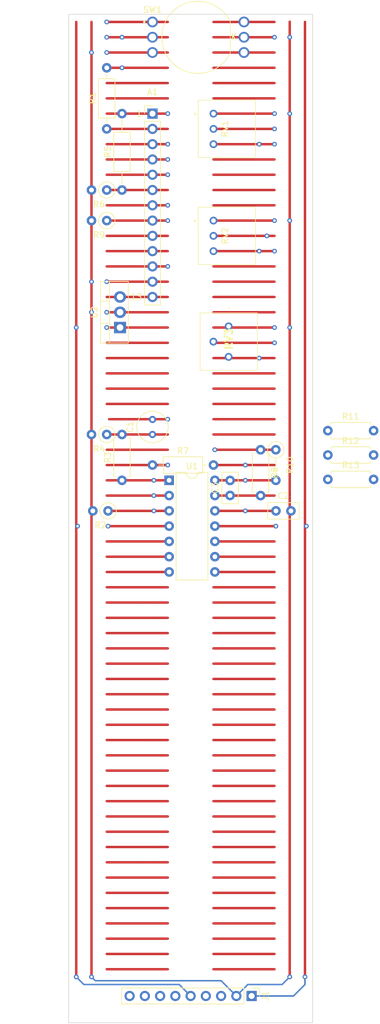
<source format=kicad_pcb>
(kicad_pcb (version 20211014) (generator pcbnew)
  (title_block (title "Eurorack ProtoModule") (date "2021-10-06") (rev "1.0") (company "Len Popp") (comment 1 "Copyright © 2022 Len Popp CC BY") (comment 2 "Layout design for my custom Eurorack breadboard prototyping module"))
  (layers (0 "F.Cu" signal) (1 "In1.Cu" jumper "Wire1.Cu") (2 "In2.Cu" jumper "Wire2.Cu") (3 "In3.Cu" jumper "Wire3.Cu") (4 "In4.Cu" jumper "Wire4.Cu") (31 "B.Cu" signal) (34 "B.Paste" user) (35 "F.Paste" user) (36 "B.SilkS" user "B.Silkscreen") (37 "F.SilkS" user "F.Silkscreen") (38 "B.Mask" user) (39 "F.Mask" user) (44 "Edge.Cuts" user))
  (net 0 "")
  (net 1 "+12V")
  (net 2 "GND")
  (net 3 "-12V")
  (net 4 "+5V")
  (net 5 "BUS-GATE")
  (net 6 "BUS-CV")
  (net 8 "IN-OUT-1")
  (net 9 "IN-OUT-2")
  (net 10 "Net-(A1-Pad1)")
  (net 11 "Net-(A1-Pad2)")
  (net 12 "Net-(A1-Pad3)")
  (net 13 "Net-(A1-Pad4)")
  (net 14 "Net-(A1-Pad5)")
  (net 15 "Net-(A1-Pad6)")
  (net 16 "Net-(A1-Pad7)")
  (net 17 "Net-(A1-Pad8)")
  (net 18 "unconnected-(A1-Pad9)")
  (net 19 "unconnected-(A1-Pad10)")
  (net 20 "Net-(A1-Pad11)")
  (net 21 "+8V")
  (net 22 "Net-(C1-Pad1)")
  (net 23 "Net-(C2-Pad1)")
  (net 24 "Net-(C3-Pad1)")
  (net 25 "Net-(R1-Pad2)")
  (net 26 "Net-(R3-Pad1)")
  (net 27 "/OUT-BUFFERED")
  (net 28 "Net-(R11-Pad2)")
  (net 29 "Net-(R12-Pad2)")
  (net 30 "unconnected-(U1-Pad5)")
  (net 31 "unconnected-(U1-Pad6)")
  (net 32 "unconnected-(U1-Pad7)")
  (net 33 "unconnected-(SW1-Pad2)")
  (net 34 "unconnected-(SW1-Pad4)")
  (footprint "Connector_PinHeader_2.54mm:PinHeader_1x09_P2.54mm_Vertical" (layer "F.Cu") (at 113.03 187.325 -90)
    (fp_text reference "J1" (at 0 -2.33 90) (layer "F.SilkS"))
    (fp_text value "Conn_01x09")
    (fp_line (start -1.33 21.65) (end 1.33 21.65) (layer "F.SilkS") (width 0.12))
    (fp_line (start -1.33 1.27) (end -1.33 21.65) (layer "F.SilkS") (width 0.12))
    (fp_line (start 1.33 1.27) (end 1.33 21.65) (layer "F.SilkS") (width 0.12))
    (fp_line (start -1.33 -1.33) (end 0 -1.33) (layer "F.SilkS") (width 0.12))
    (fp_line (start -1.33 1.27) (end 1.33 1.27) (layer "F.SilkS") (width 0.12))
    (fp_line (start -1.33 0) (end -1.33 -1.33) (layer "F.SilkS") (width 0.12))
    (pad "1" thru_hole rect locked (at 0 0 270) (size 1.7 1.7) (drill 1) (layers *.Cu *.Mask) (net 3 "-12V"))
    (pad "2" thru_hole oval locked (at 0 2.54 270) (size 1.7 1.7) (drill 1) (layers *.Cu *.Mask) (net 2 "GND"))
    (pad "3" thru_hole oval locked (at 0 5.08 270) (size 1.7 1.7) (drill 1) (layers *.Cu *.Mask) (net 9 "IN-OUT-2"))
    (pad "4" thru_hole oval locked (at 0 7.62 270) (size 1.7 1.7) (drill 1) (layers *.Cu *.Mask) (net 8 "IN-OUT-1"))
    (pad "5" thru_hole oval locked (at 0 10.16 270) (size 1.7 1.7) (drill 1) (layers *.Cu *.Mask) (net 1 "+12V"))
    (pad "6" thru_hole oval locked (at 0 12.7 270) (size 1.7 1.7) (drill 1) (layers *.Cu *.Mask))
    (pad "7" thru_hole oval locked (at 0 15.24 270) (size 1.7 1.7) (drill 1) (layers *.Cu *.Mask) (net 4 "+5V"))
    (pad "8" thru_hole oval locked (at 0 17.78 270) (size 1.7 1.7) (drill 1) (layers *.Cu *.Mask) (net 6 "BUS-CV"))
    (pad "9" thru_hole oval locked (at 0 20.32 270) (size 1.7 1.7) (drill 1) (layers *.Cu *.Mask) (net 5 "BUS-GATE"))
  )
  (footprint "-lmp-stripboard:SB_Gen_1" (layer "F.Cu") (at 88.9 58.42 180)
    (fp_text reference "R9" (at 1.27 -2.37) (layer "F.SilkS"))
    (fp_text value "3K9")
    (fp_line (start 1.37 0) (end 1.44 0) (layer "F.SilkS") (width 0.12))
    (fp_circle (center 0 0) (end 1.37 0) (layer "F.SilkS") (width 0.12) (fill none))
    (pad "1" thru_hole circle locked (at 0 0 180) (size 1.6 1.6) (drill 0.8) (layers *.Cu *.Mask) (net 17 "Net-(A1-Pad8)"))
    (pad "2" thru_hole oval locked (at 2.54 0 180) (size 1.6 1.6) (drill 0.8) (layers *.Cu *.Mask) (net 2 "GND"))
  )
  (footprint "-lmp-misc:R_Axial_DIN0207_L6.3mm_D2.5mm_P7.62mm_Horizontal" (layer "F.Cu") (at 125.73 97.395)
    (fp_text reference "R12" (at 3.81 -2.37) (layer "F.SilkS"))
    (fp_text value "47K")
    (fp_line (start 7.08 1.37) (end 7.08 1.04) (layer "F.SilkS") (width 0.12))
    (fp_line (start 0.54 -1.37) (end 7.08 -1.37) (layer "F.SilkS") (width 0.12))
    (fp_line (start 7.08 -1.37) (end 7.08 -1.04) (layer "F.SilkS") (width 0.12))
    (fp_line (start 0.54 -1.04) (end 0.54 -1.37) (layer "F.SilkS") (width 0.12))
    (fp_line (start 0.54 1.37) (end 7.08 1.37) (layer "F.SilkS") (width 0.12))
    (fp_line (start 0.54 1.04) (end 0.54 1.37) (layer "F.SilkS") (width 0.12))
    (pad "1" thru_hole circle locked (at 0 0) (size 1.6 1.6) (drill 0.8) (layers *.Cu *.Mask) (net 2 "GND"))
    (pad "2" thru_hole oval locked (at 7.62 0) (size 1.6 1.6) (drill 0.8) (layers *.Cu *.Mask) (net 29 "Net-(R12-Pad2)"))
  )
  (footprint "Package_DIP:DIP-14_W7.62mm" (layer "F.Cu") (at 99.295 101.595)
    (fp_text reference "U1" (at 3.81 -2.33) (layer "F.SilkS"))
    (fp_text value "TL074")
    (fp_line (start 6.46 16.57) (end 6.46 -1.33) (layer "F.SilkS") (width 0.12))
    (fp_line (start 6.46 -1.33) (end 4.81 -1.33) (layer "F.SilkS") (width 0.12))
    (fp_line (start 2.81 -1.33) (end 1.16 -1.33) (layer "F.SilkS") (width 0.12))
    (fp_line (start 1.16 16.57) (end 6.46 16.57) (layer "F.SilkS") (width 0.12))
    (fp_line (start 1.16 -1.33) (end 1.16 16.57) (layer "F.SilkS") (width 0.12))
    (fp_arc (start 4.81 -1.33) (mid 3.81 -0.33) (end 2.81 -1.33) (layer "F.SilkS") (width 0.12))
    (pad "1" thru_hole rect (at 0 0) (size 1.6 1.6) (drill 0.8) (layers *.Cu *.Mask) (net 26 "Net-(R3-Pad1)"))
    (pad "2" thru_hole oval (at 0 2.54) (size 1.6 1.6) (drill 0.8) (layers *.Cu *.Mask) (net 26 "Net-(R3-Pad1)"))
    (pad "3" thru_hole oval (at 0 5.08) (size 1.6 1.6) (drill 0.8) (layers *.Cu *.Mask) (net 8 "IN-OUT-1"))
    (pad "4" thru_hole oval (at 0 7.62) (size 1.6 1.6) (drill 0.8) (layers *.Cu *.Mask) (net 1 "+12V"))
    (pad "5" thru_hole oval (at 0 10.16) (size 1.6 1.6) (drill 0.8) (layers *.Cu *.Mask) (net 30 "unconnected-(U1-Pad5)"))
    (pad "6" thru_hole oval (at 0 12.7) (size 1.6 1.6) (drill 0.8) (layers *.Cu *.Mask) (net 31 "unconnected-(U1-Pad6)"))
    (pad "7" thru_hole oval (at 0 15.24) (size 1.6 1.6) (drill 0.8) (layers *.Cu *.Mask) (net 32 "unconnected-(U1-Pad7)"))
    (pad "8" thru_hole oval (at 7.62 15.24) (size 1.6 1.6) (drill 0.8) (layers *.Cu *.Mask) (net 27 "/OUT-BUFFERED"))
    (pad "9" thru_hole oval (at 7.62 12.7) (size 1.6 1.6) (drill 0.8) (layers *.Cu *.Mask) (net 29 "Net-(R12-Pad2)"))
    (pad "10" thru_hole oval (at 7.62 10.16) (size 1.6 1.6) (drill 0.8) (layers *.Cu *.Mask) (net 28 "Net-(R11-Pad2)"))
    (pad "11" thru_hole oval (at 7.62 7.62) (size 1.6 1.6) (drill 0.8) (layers *.Cu *.Mask) (net 3 "-12V"))
    (pad "12" thru_hole oval (at 7.62 5.08) (size 1.6 1.6) (drill 0.8) (layers *.Cu *.Mask) (net 23 "Net-(C2-Pad1)"))
    (pad "13" thru_hole oval (at 7.62 2.54) (size 1.6 1.6) (drill 0.8) (layers *.Cu *.Mask) (net 24 "Net-(C3-Pad1)"))
    (pad "14" thru_hole oval (at 7.62 0) (size 1.6 1.6) (drill 0.8) (layers *.Cu *.Mask) (net 9 "IN-OUT-2"))
  )
  (footprint "-lmp-stripboard:SB_Gen_5" (layer "F.Cu") (at 91.44 53.34 90)
    (fp_text reference "R5" (at 6.35 -2.37 90) (layer "F.SilkS"))
    (fp_text value "100K")
    (fp_line (start 9.62 -1.37) (end 3.08 -1.37) (layer "F.SilkS") (width 0.12))
    (fp_line (start 1.04 0) (end 3.08 0) (layer "F.SilkS") (width 0.12))
    (fp_line (start 3.08 -1.37) (end 3.08 1.37) (layer "F.SilkS") (width 0.12))
    (fp_line (start 11.66 0) (end 9.62 0) (layer "F.SilkS") (width 0.12))
    (fp_line (start 9.62 1.37) (end 9.62 -1.37) (layer "F.SilkS") (width 0.12))
    (fp_line (start 3.08 1.37) (end 9.62 1.37) (layer "F.SilkS") (width 0.12))
    (pad "1" thru_hole circle locked (at 0 0 90) (size 1.6 1.6) (drill 0.8) (layers *.Cu *.Mask) (net 15 "Net-(A1-Pad6)"))
    (pad "2" thru_hole oval locked (at 12.7 0 90) (size 1.6 1.6) (drill 0.8) (layers *.Cu *.Mask) (net 10 "Net-(A1-Pad1)"))
  )
  (footprint "-lmp-misc:C_Disc_D5.0mm_W2.5mm_P2.50mm" (layer "F.Cu") (at 117.085 106.68)
    (fp_text reference "C2" (at 1.25 -2.5) (layer "F.SilkS"))
    (fp_text value "470P")
    (fp_line (start 3.87 -1.37) (end 3.87 1.37) (layer "F.SilkS") (width 0.12))
    (fp_line (start -1.37 1.37) (end 3.87 1.37) (layer "F.SilkS") (width 0.12))
    (fp_line (start -1.37 -1.37) (end -1.37 1.37) (layer "F.SilkS") (width 0.12))
    (fp_line (start -1.37 -1.37) (end 3.87 -1.37) (layer "F.SilkS") (width 0.12))
    (pad "1" thru_hole circle locked (at 0 0) (size 1.6 1.6) (drill 0.8) (layers *.Cu *.Mask) (net 23 "Net-(C2-Pad1)"))
    (pad "2" thru_hole circle locked (at 2.5 0) (size 1.6 1.6) (drill 0.8) (layers *.Cu *.Mask) (net 2 "GND"))
  )
  (footprint "-lmp-misc:R_Axial_DIN0207_L6.3mm_D2.5mm_P7.62mm_Horizontal" (layer "F.Cu") (at 125.73 93.345)
    (fp_text reference "R11" (at 3.81 -2.37) (layer "F.SilkS"))
    (fp_text value "47K")
    (fp_line (start 0.54 1.37) (end 7.08 1.37) (layer "F.SilkS") (width 0.12))
    (fp_line (start 0.54 1.04) (end 0.54 1.37) (layer "F.SilkS") (width 0.12))
    (fp_line (start 0.54 -1.37) (end 7.08 -1.37) (layer "F.SilkS") (width 0.12))
    (fp_line (start 7.08 1.37) (end 7.08 1.04) (layer "F.SilkS") (width 0.12))
    (fp_line (start 7.08 -1.37) (end 7.08 -1.04) (layer "F.SilkS") (width 0.12))
    (fp_line (start 0.54 -1.04) (end 0.54 -1.37) (layer "F.SilkS") (width 0.12))
    (pad "1" thru_hole circle locked (at 0 0) (size 1.6 1.6) (drill 0.8) (layers *.Cu *.Mask) (net 9 "IN-OUT-2"))
    (pad "2" thru_hole oval locked (at 7.62 0) (size 1.6 1.6) (drill 0.8) (layers *.Cu *.Mask) (net 28 "Net-(R11-Pad2)"))
  )
  (footprint "-lmp-misc:C_Disc_D5.0mm_W2.5mm_P2.50mm" (layer "F.Cu") (at 109.445 104.12 90)
    (fp_text reference "C3" (at 1.25 -2.5 90) (layer "F.SilkS"))
    (fp_text value "470P")
    (fp_line (start -1.37 -1.37) (end -1.37 1.37) (layer "F.SilkS") (width 0.12))
    (fp_line (start -1.37 1.37) (end 3.87 1.37) (layer "F.SilkS") (width 0.12))
    (fp_line (start 3.87 -1.37) (end 3.87 1.37) (layer "F.SilkS") (width 0.12))
    (fp_line (start -1.37 -1.37) (end 3.87 -1.37) (layer "F.SilkS") (width 0.12))
    (pad "1" thru_hole circle locked (at 0 0 90) (size 1.6 1.6) (drill 0.8) (layers *.Cu *.Mask) (net 24 "Net-(C3-Pad1)"))
    (pad "2" thru_hole circle locked (at 2.5 0 90) (size 1.6 1.6) (drill 0.8) (layers *.Cu *.Mask) (net 9 "IN-OUT-2"))
  )
  (footprint "-lmp-breakout:Breakout_SW_Push_LED_C&K_D6R" (layer "F.Cu") (at 96.52 25.4)
    (fp_text reference "SW1" (at 0 -2.032) (layer "F.SilkS") (effects (font (size 1.016 1.016) (thickness 0.1524))))
    (fp_text value "SW_LED" hide)
    (fp_text user "K" (at 13.589 2.5 unlocked) (layer "F.SilkS"))
    (fp_line (start 12.954 -0.075) (end 12.954 5.175) (layer "F.SilkS") (width 0.1))
    (fp_arc (start 12.954 5.15) (mid 1.556108 2.55) (end 12.954 -0.05) (layer "F.SilkS") (width 0.12))
    (fp_arc (start -1.27 0) (mid -1.37 0.1) (end -1.47 0) (layer "F.SilkS") (width 0.2))
    (fp_arc (start -1.47 0) (mid -1.37 -0.1) (end -1.27 0) (layer "F.SilkS") (width 0.2))
    (pad "1" thru_hole circle (at 0 0) (size 1.8 1.8) (drill 1.2) (layers *.Cu *.Mask) (net 25 "Net-(R1-Pad2)"))
    (pad "2" thru_hole circle (at 15.24 0) (size 1.8 1.8) (drill 1.2) (layers *.Cu *.Mask) (net 33 "unconnected-(SW1-Pad2)"))
    (pad "3" thru_hole circle (at 0 5.08) (size 1.8 1.8) (drill 1.2) (layers *.Cu *.Mask) (net 2 "GND"))
    (pad "4" thru_hole circle (at 15.24 5.08) (size 1.8 1.8) (drill 1.2) (layers *.Cu *.Mask) (net 34 "unconnected-(SW1-Pad4)"))
    (pad "5" thru_hole circle (at 0 2.54) (size 1.8 1.8) (drill 1.2) (layers *.Cu *.Mask) (net 25 "Net-(R1-Pad2)"))
    (pad "6" thru_hole circle (at 15.24 2.54) (size 1.8 1.8) (drill 1.2) (layers *.Cu *.Mask) (net 2 "GND"))
  )
  (footprint "-lmp-stripboard:SB_Gen_2" (layer "F.Cu") (at 117.065 96.52 -90)
    (fp_text reference "R10" (at 2.54 -2.37 -90) (layer "F.SilkS"))
    (fp_text value "3K9")
    (fp_line (start 1.37 0) (end 3.98 0) (layer "F.SilkS") (width 0.12))
    (fp_circle (center 0 0) (end 1.37 0) (layer "F.SilkS") (width 0.12) (fill none))
    (pad "1" thru_hole circle locked (at 0 0 270) (size 1.6 1.6) (drill 0.8) (layers *.Cu *.Mask) (net 16 "Net-(A1-Pad7)"))
    (pad "2" thru_hole oval locked (at 5.08 0 270) (size 1.6 1.6) (drill 0.8) (layers *.Cu *.Mask) (net 9 "IN-OUT-2"))
  )
  (footprint "-lmp-stripboard:SB_Gen_1" (layer "F.Cu") (at 89.125 106.68 180)
    (fp_text reference "R2" (at 1.27 -2.37 180) (layer "F.SilkS"))
    (fp_text value "100K")
    (fp_line (start 1.37 0) (end 1.44 0) (layer "F.SilkS") (width 0.12))
    (fp_circle (center 0 0) (end 1.37 0) (layer "F.SilkS") (width 0.12) (fill none))
    (pad "1" thru_hole circle locked (at 0 0 180) (size 1.6 1.6) (drill 0.8) (layers *.Cu *.Mask) (net 8 "IN-OUT-1"))
    (pad "2" thru_hole oval locked (at 2.54 0 180) (size 1.6 1.6) (drill 0.8) (layers *.Cu *.Mask) (net 2 "GND"))
  )
  (footprint "-lmp-misc:Potentiometer_Bourns_3310R_Top" (layer "F.Cu") (at 108.605 43.18 90)
    (fp_text reference "RV1" (at 0 0 90) (layer "F.SilkS"))
    (fp_text value "100K" hide)
    (fp_line (start -4.765 -4.465) (end 4.765 -4.465) (layer "F.SilkS") (width 0.1))
    (fp_line (start 2.6 -4.965) (end 2.6 -4.965) (layer "F.SilkS") (width 0.2))
    (fp_line (start 2.4 -4.965) (end 2.4 -4.965) (layer "F.SilkS") (width 0.2))
    (fp_line (start 4.765 5.065) (end -4.765 5.065) (layer "F.SilkS") (width 0.1))
    (fp_line (start -4.765 5.065) (end -4.765 -4.465) (layer "F.SilkS") (width 0.1))
    (fp_line (start 4.765 -4.465) (end 4.765 5.065) (layer "F.SilkS") (width 0.1))
    (fp_arc (start 2.4 -4.965) (mid 2.5 -5.065) (end 2.6 -4.965) (layer "F.SilkS") (width 0.2))
    (fp_arc (start 2.6 -4.965) (mid 2.5 -4.865) (end 2.4 -4.965) (layer "F.SilkS") (width 0.2))
    (pad "1" thru_hole circle (at 2.54 -1.925 90) (size 1.302857 1.302857) (drill 0.76) (layers *.Cu *.Mask) (net 2 "GND"))
    (pad "2" thru_hole circle (at 0 -1.925 90) (size 1.302857 1.302857) (drill 0.76) (layers *.Cu *.Mask) (net 12 "Net-(A1-Pad3)"))
    (pad "3" thru_hole circle (at -2.54 -1.925 90) (size 1.302857 1.302857) (drill 0.76) (layers *.Cu *.Mask) (net 10 "Net-(A1-Pad1)"))
  )
  (footprint "-lmp-misc:R_Axial_DIN0207_L6.3mm_D2.5mm_P7.62mm_Horizontal" (layer "F.Cu") (at 91.44 101.6 90)
    (fp_text reference "R3" (at 3.81 -2.37 90) (layer "F.SilkS"))
    (fp_text value "100K")
    (fp_line (start 0.54 1.04) (end 0.54 1.37) (layer "F.SilkS") (width 0.12))
    (fp_line (start 0.54 1.37) (end 7.08 1.37) (layer "F.SilkS") (width 0.12))
    (fp_line (start 0.54 -1.04) (end 0.54 -1.37) (layer "F.SilkS") (width 0.12))
    (fp_line (start 0.54 -1.37) (end 7.08 -1.37) (layer "F.SilkS") (width 0.12))
    (fp_line (start 7.08 -1.37) (end 7.08 -1.04) (layer "F.SilkS") (width 0.12))
    (fp_line (start 7.08 1.37) (end 7.08 1.04) (layer "F.SilkS") (width 0.12))
    (pad "1" thru_hole circle locked (at 0 0 90) (size 1.6 1.6) (drill 0.8) (layers *.Cu *.Mask) (net 26 "Net-(R3-Pad1)"))
    (pad "2" thru_hole oval locked (at 7.62 0 90) (size 1.6 1.6) (drill 0.8) (layers *.Cu *.Mask) (net 22 "Net-(C1-Pad1)"))
  )
  (footprint "-lmp-misc:C_Radial_D5.0mm_H5.0mm_P2.50mm" (layer "F.Cu") (at 96.52 93.98 90)
    (fp_text reference "C1" (at 1.25 -3.75 90) (layer "F.SilkS"))
    (fp_text value "10U")
    (fp_circle (center 1.25 0) (end 3.87 0) (layer "F.SilkS") (width 0.12) (fill none))
    (pad "1" thru_hole circle locked (at 0 0 90) (size 1.2 1.2) (drill 0.6) (layers *.Cu *.Mask) (net 22 "Net-(C1-Pad1)"))
    (pad "2" thru_hole circle locked (at 2.5 0 90) (size 1.2 1.2) (drill 0.6) (layers *.Cu *.Mask) (net 20 "Net-(A1-Pad11)"))
  )
  (footprint "-lmp-misc:R_Axial_DIN0207_L6.3mm_D2.5mm_P7.62mm_Horizontal" (layer "F.Cu") (at 125.73 101.445)
    (fp_text reference "R13" (at 3.81 -2.37) (layer "F.SilkS"))
    (fp_text value "47K")
    (fp_line (start 0.54 -1.04) (end 0.54 -1.37) (layer "F.SilkS") (width 0.12))
    (fp_line (start 7.08 -1.37) (end 7.08 -1.04) (layer "F.SilkS") (width 0.12))
    (fp_line (start 0.54 1.37) (end 7.08 1.37) (layer "F.SilkS") (width 0.12))
    (fp_line (start 7.08 1.37) (end 7.08 1.04) (layer "F.SilkS") (width 0.12))
    (fp_line (start 0.54 1.04) (end 0.54 1.37) (layer "F.SilkS") (width 0.12))
    (fp_line (start 0.54 -1.37) (end 7.08 -1.37) (layer "F.SilkS") (width 0.12))
    (pad "1" thru_hole circle locked (at 0 0) (size 1.6 1.6) (drill 0.8) (layers *.Cu *.Mask) (net 29 "Net-(R12-Pad2)"))
    (pad "2" thru_hole oval locked (at 7.62 0) (size 1.6 1.6) (drill 0.8) (layers *.Cu *.Mask) (net 27 "/OUT-BUFFERED"))
  )
  (footprint "-lmp-stripboard:SB_Gen_4" (layer "F.Cu") (at 96.52 99.06)
    (fp_text reference "R7" (at 5.08 -2.37) (layer "F.SilkS"))
    (fp_text value "10K")
    (fp_line (start 1.81 -1.37) (end 1.81 1.37) (layer "F.SilkS") (width 0.12))
    (fp_line (start 8.35 1.37) (end 8.35 -1.37) (layer "F.SilkS") (width 0.12))
    (fp_line (start 1.04 0) (end 1.81 0) (layer "F.SilkS") (width 0.12))
    (fp_line (start 1.81 1.37) (end 8.35 1.37) (layer "F.SilkS") (width 0.12))
    (fp_line (start 9.12 0) (end 8.35 0) (layer "F.SilkS") (width 0.12))
    (fp_line (start 8.35 -1.37) (end 1.81 -1.37) (layer "F.SilkS") (width 0.12))
    (pad "1" thru_hole circle locked (at 0 0) (size 1.6 1.6) (drill 0.8) (layers *.Cu *.Mask) (net 17 "Net-(A1-Pad8)"))
    (pad "2" thru_hole oval locked (at 10.16 0) (size 1.6 1.6) (drill 0.8) (layers *.Cu *.Mask) (net 23 "Net-(C2-Pad1)"))
  )
  (footprint "-lmp-stripboard:SB_Gen_1" (layer "F.Cu") (at 88.9 53.34 180)
    (fp_text reference "R6" (at 1.27 -2.37) (layer "F.SilkS"))
    (fp_text value "56K")
    (fp_line (start 1.37 0) (end 1.44 0) (layer "F.SilkS") (width 0.12))
    (fp_circle (center 0 0) (end 1.37 0) (layer "F.SilkS") (width 0.12) (fill none))
    (pad "1" thru_hole circle locked (at 0 0 180) (size 1.6 1.6) (drill 0.8) (layers *.Cu *.Mask) (net 15 "Net-(A1-Pad6)"))
    (pad "2" thru_hole oval locked (at 2.54 0 180) (size 1.6 1.6) (drill 0.8) (layers *.Cu *.Mask) (net 2 "GND"))
  )
  (footprint "-lmp-misc:Potentiometer_Bourns_3310R_Top" (layer "F.Cu") (at 108.605 60.96 90)
    (fp_text reference "RV2" (at 0 0 90) (layer "F.SilkS"))
    (fp_text value "100K" hide)
    (fp_line (start 2.4 -4.965) (end 2.4 -4.965) (layer "F.SilkS") (width 0.2))
    (fp_line (start -4.765 5.065) (end -4.765 -4.465) (layer "F.SilkS") (width 0.1))
    (fp_line (start -4.765 -4.465) (end 4.765 -4.465) (layer "F.SilkS") (width 0.1))
    (fp_line (start 4.765 5.065) (end -4.765 5.065) (layer "F.SilkS") (width 0.1))
    (fp_line (start 4.765 -4.465) (end 4.765 5.065) (layer "F.SilkS") (width 0.1))
    (fp_line (start 2.6 -4.965) (end 2.6 -4.965) (layer "F.SilkS") (width 0.2))
    (fp_arc (start 2.6 -4.965) (mid 2.5 -4.865) (end 2.4 -4.965) (layer "F.SilkS") (width 0.2))
    (fp_arc (start 2.4 -4.965) (mid 2.5 -5.065) (end 2.6 -4.965) (layer "F.SilkS") (width 0.2))
    (pad "1" thru_hole circle (at 2.54 -1.925 90) (size 1.302857 1.302857) (drill 0.76) (layers *.Cu *.Mask) (net 2 "GND"))
    (pad "2" thru_hole circle (at 0 -1.925 90) (size 1.302857 1.302857) (drill 0.76) (layers *.Cu *.Mask) (net 13 "Net-(A1-Pad4)"))
    (pad "3" thru_hole circle (at -2.54 -1.925 90) (size 1.302857 1.302857) (drill 0.76) (layers *.Cu *.Mask) (net 10 "Net-(A1-Pad1)"))
  )
  (footprint "-lmp-misc:Potentiometer_Bourns_3386P_Top" (layer "F.Cu") (at 109.205 76.0025 -90)
    (fp_text reference "RV3" (at 2.102 -0.015 90) (layer "F.SilkS") (effects (font (size 1.27 1.27) (thickness 0.254))))
    (fp_text value "100K" hide)
    (fp_line (start -2.225 4.75) (end -2.225 -4.78) (layer "F.SilkS") (width 0.1))
    (fp_line (start -2.225 -4.78) (end 7.305 -4.78) (layer "F.SilkS") (width 0.1))
    (fp_line (start -3 0) (end -3 0) (layer "F.SilkS") (width 0.1))
    (fp_line (start 7.305 -4.78) (end 7.305 4.75) (layer "F.SilkS") (width 0.1))
    (fp_line (start 7.305 4.75) (end -2.225 4.75) (layer "F.SilkS") (width 0.1))
    (fp_line (start -3.1 0) (end -3.1 0) (layer "F.SilkS") (width 0.1))
    (fp_arc (start -3.1 0) (mid -3.05 -0.05) (end -3 0) (layer "F.SilkS") (width 0.1))
    (fp_arc (start -3 0) (mid -3.05 0.05) (end -3.1 0) (layer "F.SilkS") (width 0.1))
    (pad "1" thru_hole circle locked (at 0 0 270) (size 1.303 1.303) (drill 0.76) (layers *.Cu *.Mask) (net 2 "GND"))
    (pad "2" thru_hole circle locked (at 2.54 2.54 270) (size 1.303 1.303) (drill 0.76) (layers *.Cu *.Mask) (net 14 "Net-(A1-Pad5)"))
    (pad "3" thru_hole circle locked (at 5.08 0 270) (size 1.303 1.303) (drill 0.76) (layers *.Cu *.Mask) (net 10 "Net-(A1-Pad1)"))
  )
  (footprint "-lmp-misc:R_Axial_DIN0207_L6.3mm_D2.5mm_P7.62mm_Horizontal" (layer "F.Cu") (at 114.525 96.52 -90)
    (fp_text reference "R8" (at 3.81 -2.37 90) (layer "F.SilkS"))
    (fp_text value "10K")
    (fp_line (start 0.54 1.04) (end 0.54 1.37) (layer "F.SilkS") (width 0.12))
    (fp_line (start 0.54 1.37) (end 7.08 1.37) (layer "F.SilkS") (width 0.12))
    (fp_line (start 0.54 -1.04) (end 0.54 -1.37) (layer "F.SilkS") (width 0.12))
    (fp_line (start 7.08 1.37) (end 7.08 1.04) (layer "F.SilkS") (width 0.12))
    (fp_line (start 0.54 -1.37) (end 7.08 -1.37) (layer "F.SilkS") (width 0.12))
    (fp_line (start 7.08 -1.37) (end 7.08 -1.04) (layer "F.SilkS") (width 0.12))
    (pad "1" thru_hole circle locked (at 0 0 270) (size 1.6 1.6) (drill 0.8) (layers *.Cu *.Mask) (net 16 "Net-(A1-Pad7)"))
    (pad "2" thru_hole oval locked (at 7.62 0 270) (size 1.6 1.6) (drill 0.8) (layers *.Cu *.Mask) (net 24 "Net-(C3-Pad1)"))
  )
  (footprint "-lmp-misc:R_Axial_DIN0207_L6.3mm_D2.5mm_P10.16mm_Horizontal" (layer "F.Cu") (at 88.9 43.18 90)
    (fp_text reference "R1" (at 5.08 -2.37 90) (layer "F.SilkS"))
    (fp_text value "1K")
    (fp_line (start 9.12 0) (end 8.35 0) (layer "F.SilkS") (width 0.12))
    (fp_line (start 8.35 1.37) (end 8.35 -1.37) (layer "F.SilkS") (width 0.12))
    (fp_line (start 8.35 -1.37) (end 1.81 -1.37) (layer "F.SilkS") (width 0.12))
    (fp_line (start 1.81 -1.37) (end 1.81 1.37) (layer "F.SilkS") (width 0.12))
    (fp_line (start 1.81 1.37) (end 8.35 1.37) (layer "F.SilkS") (width 0.12))
    (fp_line (start 1.04 0) (end 1.81 0) (layer "F.SilkS") (width 0.12))
    (pad "1" thru_hole circle locked (at 0 0 90) (size 1.6 1.6) (drill 0.8) (layers *.Cu *.Mask) (net 11 "Net-(A1-Pad2)"))
    (pad "2" thru_hole oval locked (at 10.16 0 90) (size 1.6 1.6) (drill 0.8) (layers *.Cu *.Mask) (net 25 "Net-(R1-Pad2)"))
  )
  (footprint "-lmp-synth:Module_ABE_Vert" (layer "F.Cu") (at 96.52 40.64)
    (fp_text reference "A1" (at 0 -3.6) (layer "F.SilkS"))
    (fp_text value "Module_ABE")
    (fp_text user "1" (at -1.651 0 unlocked) (layer "F.SilkS") (effects (justify right)))
    (fp_text user "13" (at -1.651 30.48 unlocked) (layer "F.SilkS") (effects (justify right)))
    (fp_line (start -1.33 0) (end -1.33 -1.33) (layer "F.SilkS") (width 0.12))
    (fp_line (start -1.33 1.27) (end -1.33 31.81) (layer "F.SilkS") (width 0.12))
    (fp_line (start -1.33 31.81) (end 1.33 31.81) (layer "F.SilkS") (width 0.12))
    (fp_line (start -1.33 1.27) (end 1.33 1.27) (layer "F.SilkS") (width 0.12))
    (fp_line (start 1.33 1.27) (end 1.33 31.81) (layer "F.SilkS") (width 0.12))
    (fp_line (start -1.33 -1.33) (end 0 -1.33) (layer "F.SilkS") (width 0.12))
    (pad "1" thru_hole rect (at 0 0) (size 1.7 1.7) (drill 1) (layers *.Cu *.Mask) (net 10 "Net-(A1-Pad1)"))
    (pad "2" thru_hole oval (at 0 2.54) (size 1.7 1.7) (drill 1) (layers *.Cu *.Mask) (net 11 "Net-(A1-Pad2)"))
    (pad "3" thru_hole oval (at 0 5.08) (size 1.7 1.7) (drill 1) (layers *.Cu *.Mask) (net 12 "Net-(A1-Pad3)"))
    (pad "4" thru_hole oval (at 0 7.62) (size 1.7 1.7) (drill 1) (layers *.Cu *.Mask) (net 13 "Net-(A1-Pad4)"))
    (pad "5" thru_hole oval (at 0 10.16) (size 1.7 1.7) (drill 1) (layers *.Cu *.Mask) (net 14 "Net-(A1-Pad5)"))
    (pad "6" thru_hole oval (at 0 12.7) (size 1.7 1.7) (drill 1) (layers *.Cu *.Mask) (net 15 "Net-(A1-Pad6)"))
    (pad "7" thru_hole oval (at 0 15.24) (size 1.7 1.7) (drill 1) (layers *.Cu *.Mask) (net 16 "Net-(A1-Pad7)"))
    (pad "8" thru_hole oval (at 0 17.78) (size 1.7 1.7) (drill 1) (layers *.Cu *.Mask) (net 17 "Net-(A1-Pad8)"))
    (pad "9" thru_hole oval (at 0 20.32) (size 1.7 1.7) (drill 1) (layers *.Cu *.Mask) (net 18 "unconnected-(A1-Pad9)"))
    (pad "10" thru_hole oval (at 0 22.86) (size 1.7 1.7) (drill 1) (layers *.Cu *.Mask) (net 19 "unconnected-(A1-Pad10)"))
    (pad "11" thru_hole oval (at 0 25.4) (size 1.7 1.7) (drill 1) (layers *.Cu *.Mask) (net 20 "Net-(A1-Pad11)"))
    (pad "12" thru_hole oval (at 0 27.94) (size 1.7 1.7) (drill 1) (layers *.Cu *.Mask) (net 2 "GND"))
    (pad "13" thru_hole oval (at 0 30.48) (size 1.7 1.7) (drill 1) (layers *.Cu *.Mask) (net 21 "+8V"))
  )
  (footprint "-lmp-stripboard:SB_Gen_1" (layer "F.Cu") (at 88.9 93.98 180)
    (fp_text reference "R4" (at 1.27 -2.37) (layer "F.SilkS"))
    (fp_text value "33K")
    (fp_line (start 1.37 0) (end 1.44 0) (layer "F.SilkS") (width 0.12))
    (fp_circle (center 0 0) (end 1.37 0) (layer "F.SilkS") (width 0.12) (fill none))
    (pad "1" thru_hole circle locked (at 0 0 180) (size 1.6 1.6) (drill 0.8) (layers *.Cu *.Mask) (net 22 "Net-(C1-Pad1)"))
    (pad "2" thru_hole oval locked (at 2.54 0 180) (size 1.6 1.6) (drill 0.8) (layers *.Cu *.Mask) (net 2 "GND"))
  )
  (footprint "Package_TO_SOT_THT:TO-220-3_Vertical" (layer "F.Cu") (at 91.115 76.2 90)
    (fp_text reference "U2" (at 2.54 -4.27 90) (layer "F.SilkS"))
    (fp_text value "L7808")
    (fp_line (start 7.66 -3.27) (end 7.66 1.371) (layer "F.SilkS") (width 0.12))
    (fp_line (start -2.58 -3.27) (end -2.58 1.371) (layer "F.SilkS") (width 0.12))
    (fp_line (start -2.58 -1.76) (end 7.66 -1.76) (layer "F.SilkS") (width 0.12))
    (fp_line (start -2.58 1.371) (end 7.66 1.371) (layer "F.SilkS") (width 0.12))
    (fp_line (start -2.58 -3.27) (end 7.66 -3.27) (layer "F.SilkS") (width 0.12))
    (fp_line (start 0.69 -3.27) (end 0.69 -1.76) (layer "F.SilkS") (width 0.12))
    (fp_line (start 4.391 -3.27) (end 4.391 -1.76) (layer "F.SilkS") (width 0.12))
    (pad "1" thru_hole rect (at 0 0 90) (size 1.905 2) (drill 1.1) (layers *.Cu *.Mask) (net 1 "+12V"))
    (pad "2" thru_hole oval (at 2.54 0 90) (size 1.905 2) (drill 1.1) (layers *.Cu *.Mask) (net 2 "GND"))
    (pad "3" thru_hole oval (at 5.08 0 90) (size 1.905 2) (drill 1.1) (layers *.Cu *.Mask) (net 21 "+8V"))
  )
  (gr_line (start 123.19 191.77) (end 82.55 191.77) (layer "Edge.Cuts") (width 0.1))
  (gr_line (start 123.19 24.13) (end 123.19 191.77) (layer "Edge.Cuts") (width 0.1))
  (gr_line (start 82.55 191.77) (end 82.55 24.13) (layer "Edge.Cuts") (width 0.1))
  (gr_line (start 82.55 24.13) (end 123.19 24.13) (layer "Edge.Cuts") (width 0.1))
  (segment (start 99.06 38.1) (end 91.44 38.1) (width 0.4064) (layer "F.Cu") (net 0))
  (segment (start 99.06 78.74) (end 96.52 78.74) (width 0.4064) (layer "F.Cu") (net 0))
  (segment (start 99.06 86.36) (end 88.9 86.36) (width 0.4064) (layer "F.Cu") (net 0))
  (segment (start 116.84 73.66) (end 106.68 73.66) (width 0.4064) (layer "F.Cu") (net 0))
  (segment (start 99.06 88.9) (end 88.9 88.9) (width 0.4064) (layer "F.Cu") (net 0))
  (segment (start 99.06 83.82) (end 96.52 83.82) (width 0.4064) (layer "F.Cu") (net 0))
  (segment (start 116.84 66.04) (end 106.68 66.04) (width 0.4064) (layer "F.Cu") (net 0))
  (segment (start 99.06 81.28) (end 96.52 81.28) (width 0.4064) (layer "F.Cu") (net 0))
  (segment (start 99.06 35.56) (end 88.9 35.56) (width 0.4064) (layer "F.Cu") (net 0))
  (segment (start 116.84 48.26) (end 109.22 48.26) (width 0.4064) (layer "F.Cu") (net 0))
  (segment (start 116.84 88.9) (end 106.68 88.9) (width 0.4064) (layer "F.Cu") (net 0))
  (segment (start 116.84 93.98) (end 106.68 93.98) (width 0.4064) (layer "F.Cu") (net 0))
  (segment (start 116.84 50.8) (end 106.68 50.8) (width 0.4064) (layer "F.Cu") (net 0))
  (segment (start 116.84 86.36) (end 111.76 86.36) (width 0.4064) (layer "F.Cu") (net 0))
  (segment (start 116.84 35.56) (end 109.22 35.56) (width 0.4064) (layer "F.Cu") (net 0))
  (segment (start 116.84 38.1) (end 106.68 38.1) (width 0.4064) (layer "F.Cu") (net 0))
  (segment (start 116.84 53.34) (end 106.68 53.34) (width 0.4064) (layer "F.Cu") (net 0))
  (segment (start 116.84 68.58) (end 106.68 68.58) (width 0.4064) (layer "F.Cu") (net 0))
  (segment (start 116.84 33.02) (end 106.68 33.02) (width 0.4064) (layer "F.Cu") (net 0))
  (segment (start 116.84 83.82) (end 111.76 83.82) (width 0.4064) (layer "F.Cu") (net 0))
  (segment (start 116.84 71.12) (end 106.68 71.12) (width 0.4064) (layer "F.Cu") (net 0))
  (segment (start 116.84 91.44) (end 111.76 91.44) (width 0.4064) (layer "F.Cu") (net 0))
  (segment (start 116.84 55.88) (end 106.68 55.88) (width 0.4064) (layer "F.Cu") (net 0))
  (segment (start 116.84 144.78) (end 106.68 144.78) (width 0.4064) (layer "F.Cu") (net 0))
  (segment (start 116.84 170.18) (end 106.68 170.18) (width 0.4064) (layer "F.Cu") (net 0))
  (segment (start 96.52 121.92) (end 93.98 121.92) (width 0.4064) (layer "F.Cu") (net 0))
  (segment (start 111.76 91.44) (end 106.68 91.44) (width 0.4064) (layer "F.Cu") (net 0))
  (segment (start 96.52 144.78) (end 88.9 144.78) (width 0.4064) (layer "F.Cu") (net 0))
  (segment (start 99.06 129.54) (end 88.9 129.54) (width 0.4064) (layer "F.Cu") (net 0))
  (segment (start 99.06 137.16) (end 88.9 137.16) (width 0.4064) (layer "F.Cu") (net 0))
  (segment (start 99.06 124.46) (end 96.52 124.46) (width 0.4064) (layer "F.Cu") (net 0))
  (segment (start 116.84 157.48) (end 106.68 157.48) (width 0.4064) (layer "F.Cu") (net 0))
  (segment (start 96.52 78.74) (end 88.9 78.74) (width 0.4064) (layer "F.Cu") (net 0))
  (segment (start 96.52 165.1) (end 93.98 165.1) (width 0.4064) (layer "F.Cu") (net 0))
  (segment (start 116.84 147.32) (end 106.68 147.32) (width 0.4064) (layer "F.Cu") (net 0))
  (segment (start 99.06 119.38) (end 96.52 119.38) (width 0.4064) (layer "F.Cu") (net 0))
  (segment (start 99.06 142.24) (end 96.52 142.24) (width 0.4064) (layer "F.Cu") (net 0))
  (segment (start 96.52 83.82) (end 88.9 83.82) (width 0.4064) (layer "F.Cu") (net 0))
  (segment (start 99.06 127) (end 88.9 127) (width 0.4064) (layer "F.Cu") (net 0))
  (segment (start 99.06 132.08) (end 88.9 132.08) (width 0.4064) (layer "F.Cu") (net 0))
  (segment (start 99.06 152.4) (end 88.9 152.4) (width 0.4064) (layer "F.Cu") (net 0))
  (segment (start 109.22 48.26) (end 106.68 48.26) (width 0.4064) (layer "F.Cu") (net 0))
  (segment (start 116.84 124.46) (end 106.68 124.46) (width 0.4064) (layer "F.Cu") (net 0))
  (segment (start 91.44 38.1) (end 88.9 38.1) (width 0.4064) (layer "F.Cu") (net 0))
  (segment (start 96.52 167.64) (end 88.9 167.64) (width 0.4064) (layer "F.Cu") (net 0))
  (segment (start 99.06 180.34) (end 88.9 180.34) (width 0.4064) (layer "F.Cu") (net 0))
  (segment (start 99.06 167.64) (end 96.52 167.64) (width 0.4064) (layer "F.Cu") (net 0))
  (segment (start 99.06 165.1) (end 96.52 165.1) (width 0.4064) (layer "F.Cu") (net 0))
  (segment (start 111.76 175.26) (end 106.68 175.26) (width 0.4064) (layer "F.Cu") (net 0))
  (segment (start 99.06 139.7) (end 96.52 139.7) (width 0.4064) (layer "F.Cu") (net 0))
  (segment (start 99.06 121.92) (end 96.52 121.92) (width 0.4064) (layer "F.Cu") (net 0))
  (segment (start 116.84 152.4) (end 111.76 152.4) (width 0.4064) (layer "F.Cu") (net 0))
  (segment (start 116.84 160.02) (end 106.68 160.02) (width 0.4064) (layer "F.Cu") (net 0))
  (segment (start 99.06 157.48) (end 88.9 157.48) (width 0.4064) (layer "F.Cu") (net 0))
  (segment (start 96.52 162.56) (end 88.9 162.56) (width 0.4064) (layer "F.Cu") (net 0))
  (segment (start 93.98 81.28) (end 88.9 81.28) (width 0.4064) (layer "F.Cu") (net 0))
  (segment (start 111.76 86.36) (end 106.68 86.36) (width 0.4064) (layer "F.Cu") (net 0))
  (segment (start 116.84 119.38) (end 106.68 119.38) (width 0.4064) (layer "F.Cu") (net 0))
  (segment (start 116.84 127) (end 106.68 127) (width 0.4064) (layer "F.Cu") (net 0))
  (segment (start 111.76 180.34) (end 106.68 180.34) (width 0.4064) (layer "F.Cu") (net 0))
  (segment (start 116.84 121.92) (end 106.68 121.92) (width 0.4064) (layer "F.Cu") (net 0))
  (segment (start 116.84 132.08) (end 111.76 132.08) (width 0.4064) (layer "F.Cu") (net 0))
  (segment (start 111.76 132.08) (end 106.68 132.08) (width 0.4064) (layer "F.Cu") (net 0))
  (segment (start 99.06 154.94) (end 88.9 154.94) (width 0.4064) (layer "F.Cu") (net 0))
  (segment (start 96.52 81.28) (end 93.98 81.28) (width 0.4064) (layer "F.Cu") (net 0))
  (segment (start 109.22 35.56) (end 106.68 35.56) (width 0.4064) (layer "F.Cu") (net 0))
  (segment (start 96.52 142.24) (end 93.98 142.24) (width 0.4064) (layer "F.Cu") (net 0))
  (segment (start 116.84 129.54) (end 106.68 129.54) (width 0.4064) (layer "F.Cu") (net 0))
  (segment (start 99.06 134.62) (end 88.9 134.62) (width 0.4064) (layer "F.Cu") (net 0))
  (segment (start 96.52 139.7) (end 88.9 139.7) (width 0.4064) (layer "F.Cu") (net 0))
  (segment (start 99.06 147.32) (end 88.9 147.32) (width 0.4064) (layer "F.Cu") (net 0))
  (segment (start 116.84 149.86) (end 106.68 149.86) (width 0.4064) (layer "F.Cu") (net 0))
  (segment (start 99.06 177.8) (end 88.9 177.8) (width 0.4064) (layer "F.Cu") (net 0))
  (segment (start 99.06 96.52) (end 88.9 96.52) (width 0.4064) (layer "F.Cu") (net 0))
  (segment (start 99.06 149.86) (end 88.9 149.86) (width 0.4064) (layer "F.Cu") (net 0))
  (segment (start 116.84 134.62) (end 106.68 134.62) (width 0.4064) (layer "F.Cu") (net 0))
  (segment (start 116.84 180.34) (end 111.76 180.34) (width 0.4064) (layer "F.Cu") (net 0))
  (segment (start 93.98 165.1) (end 88.9 165.1) (width 0.4064) (layer "F.Cu") (net 0))
  (segment (start 96.52 119.38) (end 88.9 119.38) (width 0.4064) (layer "F.Cu") (net 0))
  (segment (start 93.98 121.92) (end 88.9 121.92) (width 0.4064) (layer "F.Cu") (net 0))
  (segment (start 116.84 137.16) (end 106.68 137.16) (width 0.4064) (layer "F.Cu") (net 0))
  (segment (start 116.84 175.26) (end 111.76 175.26) (width 0.4064) (layer "F.Cu") (net 0))
  (segment (start 99.06 175.26) (end 88.9 175.26) (width 0.4064) (layer "F.Cu") (net 0))
  (segment (start 93.98 142.24) (end 88.9 142.24) (width 0.4064) (layer "F.Cu") (net 0))
  (segment (start 99.06 170.18) (end 88.9 170.18) (width 0.4064) (layer "F.Cu") (net 0))
  (segment (start 116.84 172.72) (end 106.68 172.72) (width 0.4064) (layer "F.Cu") (net 0))
  (segment (start 99.06 144.78) (end 96.52 144.78) (width 0.4064) (layer "F.Cu") (net 0))
  (segment (start 111.76 83.82) (end 106.68 83.82) (width 0.4064) (layer "F.Cu") (net 0))
  (segment (start 99.06 172.72) (end 88.9 172.72) (width 0.4064) (layer "F.Cu") (net 0))
  (segment (start 99.06 160.02) (end 88.9 160.02) (width 0.4064) (layer "F.Cu") (net 0))
  (segment (start 116.84 177.8) (end 106.68 177.8) (width 0.4064) (layer "F.Cu") (net 0))
  (segment (start 116.84 162.56) (end 106.68 162.56) (width 0.4064) (layer "F.Cu") (net 0))
  (segment (start 116.84 167.64) (end 106.68 167.64) (width 0.4064) (layer "F.Cu") (net 0))
  (segment (start 116.84 154.94) (end 106.68 154.94) (width 0.4064) (layer "F.Cu") (net 0))
  (segment (start 116.84 165.1) (end 106.68 165.1) (width 0.4064) (layer "F.Cu") (net 0))
  (segment (start 116.84 139.7) (end 106.68 139.7) (width 0.4064) (layer "F.Cu") (net 0))
  (segment (start 116.84 142.24) (end 106.68 142.24) (width 0.4064) (layer "F.Cu") (net 0))
  (segment (start 116.84 182.88) (end 106.68 182.88) (width 0.4064) (layer "F.Cu") (net 0))
  (segment (start 99.06 182.88) (end 88.9 182.88) (width 0.4064) (layer "F.Cu") (net 0))
  (segment (start 99.06 162.56) (end 96.52 162.56) (width 0.4064) (layer "F.Cu") (net 0))
  (segment (start 96.52 124.46) (end 88.9 124.46) (width 0.4064) (layer "F.Cu") (net 0))
  (segment (start 111.76 152.4) (end 106.68 152.4) (width 0.4064) (layer "F.Cu") (net 0))
  (segment (start 83.82 184.15) (end 83.82 184.15) (width 0.4064) (layer "F.Cu") (net 1))
  (segment (start 91.44 76.2) (end 88.9 76.2) (width 0.4064) (layer "F.Cu") (net 1))
  (segment (start 83.82 25.4) (end 83.82 76.2) (width 0.4064) (layer "F.Cu") (net 1))
  (segment (start 83.82 76.2) (end 83.82 93.98) (width 0.4064) (layer "F.Cu") (net 1))
  (segment (start 83.82 93.98) (end 83.82 184.15) (width 0.4064) (layer "F.Cu") (net 1))
  (segment (start 99.06 76.2) (end 91.44 76.2) (width 0.4064) (layer "F.Cu") (net 1))
  (segment (start 99.06 109.22) (end 88.9 109.22) (width 0.4064) (layer "F.Cu") (net 1))
  (via (at 88.9 76.2) (size 0.8) (drill 0.4) (layers "F.Cu" "B.Cu") (net 1))
  (via (at 83.82 184.15) (size 0.8) (drill 0.4) (layers "F.Cu" "B.Cu") (net 1))
  (via (at 84.045 109.22) (size 0.8) (drill 0.4) (layers "F.Cu" "B.Cu") (net 1))
  (via (at 83.82 76.2) (size 0.8) (drill 0.4) (layers "F.Cu" "B.Cu") (net 1))
  (via (at 89.125 109.22) (size 0.8) (drill 0.4) (layers "F.Cu" "B.Cu") (net 1))
  (segment (start 102.87 187.325) (end 100.965 185.42) (width 0.25) (layer "B.Cu") (net 1))
  (segment (start 85.09 185.42) (end 84.219999 184.549999) (width 0.25) (layer "B.Cu") (net 1))
  (segment (start 100.965 185.42) (end 85.09 185.42) (width 0.25) (layer "B.Cu") (net 1))
  (segment (start 84.219999 184.549999) (end 83.82 184.15) (width 0.25) (layer "B.Cu") (net 1))
  (segment (start 86.36 25.4) (end 86.36 30.48) (width 0.4064) (layer "F.Cu") (net 2))
  (segment (start 99.06 68.58) (end 88.9 68.58) (width 0.4064) (layer "F.Cu") (net 2))
  (segment (start 99.06 73.66) (end 88.9 73.66) (width 0.4064) (layer "F.Cu") (net 2))
  (segment (start 116.84 40.64) (end 106.68 40.64) (width 0.4064) (layer "F.Cu") (net 2))
  (segment (start 99.06 30.48) (end 88.9 30.48) (width 0.4064) (layer "F.Cu") (net 2))
  (segment (start 119.38 25.36) (end 119.38 27.94) (width 0.4064) (layer "F.Cu") (net 2))
  (segment (start 116.84 76.2) (end 106.68 76.2) (width 0.4064) (layer "F.Cu") (net 2))
  (segment (start 116.84 27.94) (end 106.68 27.94) (width 0.4064) (layer "F.Cu") (net 2))
  (segment (start 116.84 58.42) (end 106.68 58.42) (width 0.4064) (layer "F.Cu") (net 2))
  (segment (start 119.38 184.15) (end 119.38 184.15) (width 0.4064) (layer "F.Cu") (net 2))
  (segment (start 86.36 184.15) (end 86.36 184.15) (width 0.4064) (layer "F.Cu") (net 2))
  (segment (start 119.38 76.2) (end 119.38 95.25) (width 0.4064) (layer "F.Cu") (net 2))
  (segment (start 86.36 73.66) (end 86.36 95.25) (width 0.4064) (layer "F.Cu") (net 2))
  (segment (start 119.38 50.8) (end 119.38 58.42) (width 0.4064) (layer "F.Cu") (net 2))
  (segment (start 119.38 68.58) (end 119.38 76.2) (width 0.4064) (layer "F.Cu") (net 2))
  (segment (start 119.38 27.94) (end 119.38 30.48) (width 0.4064) (layer "F.Cu") (net 2))
  (segment (start 86.36 184.15) (end 86.36 95.25) (width 0.4064) (layer "F.Cu") (net 2))
  (segment (start 119.38 184.15) (end 119.38 95.25) (width 0.4064) (layer "F.Cu") (net 2))
  (segment (start 119.38 58.42) (end 119.38 60.96) (width 0.4064) (layer "F.Cu") (net 2))
  (segment (start 119.38 40.64) (end 119.38 50.8) (width 0.4064) (layer "F.Cu") (net 2))
  (segment (start 119.38 60.96) (end 119.38 68.58) (width 0.4064) (layer "F.Cu") (net 2))
  (segment (start 119.38 30.48) (end 119.38 40.64) (width 0.4064) (layer "F.Cu") (net 2))
  (segment (start 86.36 30.48) (end 86.36 68.58) (width 0.4064) (layer "F.Cu") (net 2))
  (segment (start 86.36 68.58) (end 86.36 73.66) (width 0.4064) (layer "F.Cu") (net 2))
  (via (at 86.36 73.66) (size 0.8) (drill 0.4) (layers "F.Cu" "B.Cu") (net 2))
  (via (at 119.38 184.15) (size 0.8) (drill 0.4) (layers "F.Cu" "B.Cu") (net 2))
  (via (at 86.36 68.58) (size 0.8) (drill 0.4) (layers "F.Cu" "B.Cu") (net 2))
  (via (at 119.38 58.42) (size 0.8) (drill 0.4) (layers "F.Cu" "B.Cu") (net 2))
  (via (at 88.9 30.48) (size 0.8) (drill 0.4) (layers "F.Cu" "B.Cu") (net 2))
  (via (at 88.9 73.66) (size 0.8) (drill 0.4) (layers "F.Cu" "B.Cu") (net 2))
  (via (at 88.9 68.58) (size 0.8) (drill 0.4) (layers "F.Cu" "B.Cu") (net 2))
  (via (at 116.84 27.94) (size 0.8) (drill 0.4) (layers "F.Cu" "B.Cu") (net 2))
  (via (at 116.84 40.64) (size 0.8) (drill 0.4) (layers "F.Cu" "B.Cu") (net 2))
  (via (at 86.36 30.48) (size 0.8) (drill 0.4) (layers "F.Cu" "B.Cu") (net 2))
  (via (at 119.38 27.94) (size 0.8) (drill 0.4) (layers "F.Cu" "B.Cu") (net 2))
  (via (at 86.36 184.15) (size 0.8) (drill 0.4) (layers "F.Cu" "B.Cu") (net 2))
  (via (at 116.84 58.42) (size 0.8) (drill 0.4) (layers "F.Cu" "B.Cu") (net 2))
  (via (at 119.38 40.64) (size 0.8) (drill 0.4) (layers "F.Cu" "B.Cu") (net 2))
  (via (at 116.84 76.2) (size 0.8) (drill 0.4) (layers "F.Cu" "B.Cu") (net 2))
  (via (at 119.38 76.2) (size 0.8) (drill 0.4) (layers "F.Cu" "B.Cu") (net 2))
  (segment (start 86.36 184.15) (end 86.995 184.785) (width 0.25) (layer "B.Cu") (net 2))
  (segment (start 107.95 184.785) (end 110.49 187.325) (width 0.25) (layer "B.Cu") (net 2))
  (segment (start 112.395 185.42) (end 110.49 187.325) (width 0.25) (layer "B.Cu") (net 2))
  (segment (start 119.38 184.15) (end 118.11 185.42) (width 0.25) (layer "B.Cu") (net 2))
  (segment (start 118.11 185.42) (end 112.395 185.42) (width 0.25) (layer "B.Cu") (net 2))
  (segment (start 86.995 184.785) (end 107.95 184.785) (width 0.25) (layer "B.Cu") (net 2))
  (segment (start 121.92 184.15) (end 121.92 184.15) (width 0.4064) (layer "F.Cu") (net 3))
  (segment (start 116.84 109.22) (end 106.68 109.22) (width 0.4064) (layer "F.Cu") (net 3))
  (segment (start 121.92 25.4) (end 121.92 93.98) (width 0.4064) (layer "F.Cu") (net 3))
  (segment (start 121.92 93.98) (end 121.92 184.15) (width 0.4064) (layer "F.Cu") (net 3))
  (via (at 122.145 109.22) (size 0.8) (drill 0.4) (layers "F.Cu" "B.Cu") (net 3))
  (via (at 121.92 184.15) (size 0.8) (drill 0.4) (layers "F.Cu" "B.Cu") (net 3))
  (via (at 117.065 109.22) (size 0.8) (drill 0.4) (layers "F.Cu" "B.Cu") (net 3))
  (segment (start 121.92 184.15) (end 121.92 185.42) (width 0.25) (layer "B.Cu") (net 3))
  (segment (start 120.015 187.325) (end 113.03 187.325) (width 0.25) (layer "B.Cu") (net 3))
  (segment (start 121.92 185.42) (end 120.015 187.325) (width 0.25) (layer "B.Cu") (net 3))
  (segment (start 99.06 106.68) (end 88.9 106.68) (width 0.4064) (layer "F.Cu") (net 8))
  (via (at 96.745 106.68) (size 0.8) (drill 0.4) (layers "F.Cu" "B.Cu") (net 8))
  (segment (start 116.84 101.6) (end 106.68 101.6) (width 0.4064) (layer "F.Cu") (net 9))
  (via (at 111.985 101.6) (size 0.8) (drill 0.4) (layers "F.Cu" "B.Cu") (net 9))
  (segment (start 99.06 40.64) (end 88.9 40.64) (width 0.4064) (layer "F.Cu") (net 10))
  (segment (start 116.84 45.72) (end 109.22 45.72) (width 0.4064) (layer "F.Cu") (net 10))
  (segment (start 116.84 63.5) (end 114.3 63.5) (width 0.4064) (layer "F.Cu") (net 10))
  (segment (start 109.22 45.72) (end 106.68 45.72) (width 0.4064) (layer "F.Cu") (net 10))
  (segment (start 116.84 81.28) (end 114.3 81.28) (width 0.4064) (layer "F.Cu") (net 10))
  (segment (start 114.3 81.28) (end 106.68 81.28) (width 0.4064) (layer "F.Cu") (net 10))
  (segment (start 114.3 63.5) (end 106.68 63.5) (width 0.4064) (layer "F.Cu") (net 10))
  (via (at 114.3 45.72) (size 0.8) (drill 0.4) (layers "F.Cu" "B.Cu") (net 10))
  (via (at 114.3 81.28) (size 0.8) (drill 0.4) (layers "F.Cu" "B.Cu") (net 10))
  (via (at 116.84 45.72) (size 0.8) (drill 0.4) (layers "F.Cu" "B.Cu") (net 10))
  (via (at 99.06 40.64) (size 0.8) (drill 0.4) (layers "F.Cu" "B.Cu") (net 10))
  (via (at 114.3 63.5) (size 0.8) (drill 0.4) (layers "F.Cu" "B.Cu") (net 10))
  (via (at 116.84 63.5) (size 0.8) (drill 0.4) (layers "F.Cu" "B.Cu") (net 10))
  (segment (start 99.06 43.18) (end 88.9 43.18) (width 0.4064) (layer "F.Cu") (net 11))
  (segment (start 99.06 45.72) (end 88.9 45.72) (width 0.4064) (layer "F.Cu") (net 12))
  (segment (start 116.84 43.18) (end 106.68 43.18) (width 0.4064) (layer "F.Cu") (net 12))
  (via (at 99.06 45.72) (size 0.8) (drill 0.4) (layers "F.Cu" "B.Cu") (net 12))
  (via (at 116.84 43.18) (size 0.8) (drill 0.4) (layers "F.Cu" "B.Cu") (net 12))
  (segment (start 99.06 48.26) (end 88.9 48.26) (width 0.4064) (layer "F.Cu") (net 13))
  (segment (start 116.84 60.96) (end 115.57 60.96) (width 0.4064) (layer "F.Cu") (net 13))
  (segment (start 115.57 60.96) (end 106.68 60.96) (width 0.4064) (layer "F.Cu") (net 13))
  (via (at 99.06 48.26) (size 0.8) (drill 0.4) (layers "F.Cu" "B.Cu") (net 13))
  (via (at 115.57 60.96) (size 0.8) (drill 0.4) (layers "F.Cu" "B.Cu") (net 13))
  (segment (start 99.06 50.8) (end 88.9 50.8) (width 0.4064) (layer "F.Cu") (net 14))
  (segment (start 116.84 78.74) (end 106.68 78.74) (width 0.4064) (layer "F.Cu") (net 14))
  (via (at 99.06 50.8) (size 0.8) (drill 0.4) (layers "F.Cu" "B.Cu") (net 14))
  (via (at 116.84 78.74) (size 0.8) (drill 0.4) (layers "F.Cu" "B.Cu") (net 14))
  (segment (start 99.06 53.34) (end 88.9 53.34) (width 0.4064) (layer "F.Cu") (net 15))
  (segment (start 99.06 55.88) (end 88.9 55.88) (width 0.4064) (layer "F.Cu") (net 16))
  (segment (start 116.84 96.52) (end 106.68 96.52) (width 0.4064) (layer "F.Cu") (net 16))
  (via (at 106.905 96.52) (size 0.8) (drill 0.4) (layers "F.Cu" "B.Cu") (net 16))
  (via (at 99.06 55.88) (size 0.8) (drill 0.4) (layers "F.Cu" "B.Cu") (net 16))
  (segment (start 99.06 58.42) (end 88.9 58.42) (width 0.4064) (layer "F.Cu") (net 17))
  (segment (start 99.06 99.06) (end 96.52 99.06) (width 0.4064) (layer "F.Cu") (net 17))
  (segment (start 96.52 99.06) (end 88.9 99.06) (width 0.4064) (layer "F.Cu") (net 17))
  (via (at 99.06 99.06) (size 0.8) (drill 0.4) (layers "F.Cu" "B.Cu") (net 17))
  (via (at 99.06 58.42) (size 0.8) (drill 0.4) (layers "F.Cu" "B.Cu") (net 17))
  (segment (start 99.06 60.96) (end 88.9 60.96) (width 0.4064) (layer "F.Cu") (net 18))
  (segment (start 99.06 63.5) (end 88.9 63.5) (width 0.4064) (layer "F.Cu") (net 19))
  (segment (start 99.06 91.44) (end 96.52 91.44) (width 0.4064) (layer "F.Cu") (net 20))
  (segment (start 91.44 66.04) (end 88.9 66.04) (width 0.4064) (layer "F.Cu") (net 20))
  (segment (start 99.06 66.04) (end 91.44 66.04) (width 0.4064) (layer "F.Cu") (net 20))
  (segment (start 96.93 91.44) (end 89.31 91.44) (width 0.4064) (layer "F.Cu") (net 20))
  (via (at 99.06 66.04) (size 0.8) (drill 0.4) (layers "F.Cu" "B.Cu") (net 20))
  (via (at 99.06 91.44) (size 0.8) (drill 0.4) (layers "F.Cu" "B.Cu") (net 20))
  (segment (start 99.06 71.12) (end 88.9 71.12) (width 0.4064) (layer "F.Cu") (net 21))
  (segment (start 99.06 93.98) (end 88.9 93.98) (width 0.4064) (layer "F.Cu") (net 22))
  (segment (start 116.84 106.68) (end 106.68 106.68) (width 0.4064) (layer "F.Cu") (net 23))
  (segment (start 116.84 99.06) (end 106.68 99.06) (width 0.4064) (layer "F.Cu") (net 23))
  (via (at 111.985 99.06) (size 0.8) (drill 0.4) (layers "F.Cu" "B.Cu") (net 23))
  (via (at 111.985 106.68) (size 0.8) (drill 0.4) (layers "F.Cu" "B.Cu") (net 23))
  (segment (start 116.84 104.14) (end 106.68 104.14) (width 0.4064) (layer "F.Cu") (net 24))
  (segment (start 99.06 27.94) (end 88.9 27.94) (width 0.4064) (layer "F.Cu") (net 25))
  (segment (start 99.06 33.02) (end 88.9 33.02) (width 0.4064) (layer "F.Cu") (net 25))
  (segment (start 99.06 25.4) (end 88.9 25.4) (width 0.4064) (layer "F.Cu") (net 25))
  (via (at 91.44 27.94) (size 0.8) (drill 0.4) (layers "F.Cu" "B.Cu") (net 25))
  (via (at 91.44 33.02) (size 0.8) (drill 0.4) (layers "F.Cu" "B.Cu") (net 25))
  (via (at 88.9 25.4) (size 0.8) (drill 0.4) (layers "F.Cu" "B.Cu") (net 25))
  (via (at 88.9 27.94) (size 0.8) (drill 0.4) (layers "F.Cu" "B.Cu") (net 25))
  (segment (start 99.06 101.6) (end 96.52 101.6) (width 0.4064) (layer "F.Cu") (net 26))
  (segment (start 96.52 101.6) (end 93.98 101.6) (width 0.4064) (layer "F.Cu") (net 26))
  (segment (start 99.06 104.14) (end 96.52 104.14) (width 0.4064) (layer "F.Cu") (net 26))
  (segment (start 96.52 104.14) (end 88.9 104.14) (width 0.4064) (layer "F.Cu") (net 26))
  (segment (start 93.98 101.6) (end 88.9 101.6) (width 0.4064) (layer "F.Cu") (net 26))
  (via (at 96.745 101.6) (size 0.8) (drill 0.4) (layers "F.Cu" "B.Cu") (net 26))
  (via (at 96.745 104.14) (size 0.8) (drill 0.4) (layers "F.Cu" "B.Cu") (net 26))
  (segment (start 116.84 116.84) (end 106.68 116.84) (width 0.4064) (layer "F.Cu") (net 27))
  (segment (start 116.84 111.76) (end 111.76 111.76) (width 0.4064) (layer "F.Cu") (net 28))
  (segment (start 111.76 111.76) (end 106.68 111.76) (width 0.4064) (layer "F.Cu") (net 28))
  (segment (start 116.84 114.3) (end 106.68 114.3) (width 0.4064) (layer "F.Cu") (net 29))
  (segment (start 99.06 111.76) (end 88.9 111.76) (width 0.4064) (layer "F.Cu") (net 30))
  (segment (start 99.06 114.3) (end 88.9 114.3) (width 0.4064) (layer "F.Cu") (net 31))
  (segment (start 99.06 116.84) (end 88.9 116.84) (width 0.4064) (layer "F.Cu") (net 32))
  (segment (start 116.84 25.4) (end 106.68 25.4) (width 0.4064) (layer "F.Cu") (net 33))
  (segment (start 116.84 30.48) (end 106.68 30.48) (width 0.4064) (layer "F.Cu") (net 34))
)
</source>
